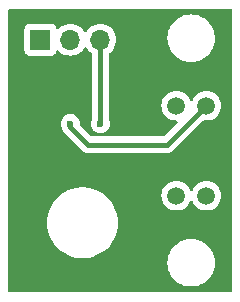
<source format=gbr>
%TF.GenerationSoftware,KiCad,Pcbnew,8.0.3*%
%TF.CreationDate,2024-06-20T22:57:56-06:00*%
%TF.ProjectId,Sensor,53656e73-6f72-42e6-9b69-6361645f7063,rev?*%
%TF.SameCoordinates,Original*%
%TF.FileFunction,Copper,L2,Bot*%
%TF.FilePolarity,Positive*%
%FSLAX46Y46*%
G04 Gerber Fmt 4.6, Leading zero omitted, Abs format (unit mm)*
G04 Created by KiCad (PCBNEW 8.0.3) date 2024-06-20 22:57:56*
%MOMM*%
%LPD*%
G01*
G04 APERTURE LIST*
%TA.AperFunction,ComponentPad*%
%ADD10C,1.500000*%
%TD*%
%TA.AperFunction,ComponentPad*%
%ADD11R,1.700000X1.700000*%
%TD*%
%TA.AperFunction,ComponentPad*%
%ADD12O,1.700000X1.700000*%
%TD*%
%TA.AperFunction,ViaPad*%
%ADD13C,0.600000*%
%TD*%
%TA.AperFunction,Conductor*%
%ADD14C,0.400000*%
%TD*%
G04 APERTURE END LIST*
D10*
%TO.P,OPT1,1,E+*%
%TO.N,Net-(O1-E+)*%
X153737000Y-95247889D03*
%TO.P,OPT1,2,E-*%
%TO.N,Net-(J1-Pin_1)*%
X151197000Y-95247889D03*
%TO.P,OPT1,3,D+*%
%TO.N,Net-(J1-Pin_3)*%
X151197000Y-102867889D03*
%TO.P,OPT1,4,D-*%
%TO.N,Net-(J1-Pin_1)*%
X153737000Y-102867889D03*
%TD*%
D11*
%TO.P,J1,1,Pin_1*%
%TO.N,Net-(J1-Pin_1)*%
X139700000Y-89662000D03*
D12*
%TO.P,J1,2,Pin_2*%
%TO.N,Net-(J1-Pin_2)*%
X142240000Y-89662000D03*
%TO.P,J1,3,Pin_3*%
%TO.N,Net-(J1-Pin_3)*%
X144780000Y-89662000D03*
%TD*%
D13*
%TO.N,Net-(O1-E+)*%
X142240000Y-96774000D03*
%TO.N,Net-(J1-Pin_3)*%
X144780000Y-96774000D03*
%TD*%
D14*
%TO.N,Net-(O1-E+)*%
X142240000Y-97028000D02*
X142240000Y-96774000D01*
X143764000Y-98552000D02*
X142240000Y-97028000D01*
X150432889Y-98552000D02*
X143764000Y-98552000D01*
X153737000Y-95247889D02*
X150432889Y-98552000D01*
%TO.N,Net-(J1-Pin_3)*%
X144780000Y-89662000D02*
X144780000Y-96774000D01*
%TD*%
%TA.AperFunction,NonConductor*%
G36*
X155906539Y-87080185D02*
G01*
X155952294Y-87132989D01*
X155963500Y-87184500D01*
X155963500Y-110935500D01*
X155943815Y-111002539D01*
X155891011Y-111048294D01*
X155839500Y-111059500D01*
X137088500Y-111059500D01*
X137021461Y-111039815D01*
X136975706Y-110987011D01*
X136964500Y-110935500D01*
X136964500Y-108553893D01*
X150454920Y-108553893D01*
X150454920Y-108553896D01*
X150475334Y-108839328D01*
X150536158Y-109118932D01*
X150636165Y-109387061D01*
X150773300Y-109638204D01*
X150773305Y-109638212D01*
X150944784Y-109867282D01*
X150944800Y-109867300D01*
X151147124Y-110069624D01*
X151147142Y-110069640D01*
X151376212Y-110241119D01*
X151376220Y-110241124D01*
X151627363Y-110378259D01*
X151627362Y-110378259D01*
X151627366Y-110378260D01*
X151627369Y-110378262D01*
X151895484Y-110478264D01*
X151895490Y-110478265D01*
X151895492Y-110478266D01*
X152175096Y-110539090D01*
X152175098Y-110539090D01*
X152175102Y-110539091D01*
X152428750Y-110557232D01*
X152460529Y-110559505D01*
X152460530Y-110559505D01*
X152460531Y-110559505D01*
X152489125Y-110557459D01*
X152745958Y-110539091D01*
X153025576Y-110478264D01*
X153293691Y-110378262D01*
X153544845Y-110241121D01*
X153773925Y-110069634D01*
X153976269Y-109867290D01*
X154147756Y-109638210D01*
X154284897Y-109387056D01*
X154384899Y-109118941D01*
X154445726Y-108839323D01*
X154466140Y-108553895D01*
X154445726Y-108268467D01*
X154384899Y-107988849D01*
X154284897Y-107720734D01*
X154204555Y-107573600D01*
X154147759Y-107469585D01*
X154147754Y-107469577D01*
X153976275Y-107240507D01*
X153976259Y-107240489D01*
X153773935Y-107038165D01*
X153773917Y-107038149D01*
X153544847Y-106866670D01*
X153544839Y-106866665D01*
X153293696Y-106729530D01*
X153293697Y-106729530D01*
X153186445Y-106689527D01*
X153025576Y-106629526D01*
X153025573Y-106629525D01*
X153025567Y-106629523D01*
X152745963Y-106568699D01*
X152460531Y-106548285D01*
X152460529Y-106548285D01*
X152175096Y-106568699D01*
X151895492Y-106629523D01*
X151627363Y-106729530D01*
X151376220Y-106866665D01*
X151376212Y-106866670D01*
X151147142Y-107038149D01*
X151147124Y-107038165D01*
X150944800Y-107240489D01*
X150944784Y-107240507D01*
X150773305Y-107469577D01*
X150773300Y-107469585D01*
X150636165Y-107720728D01*
X150536158Y-107988857D01*
X150475334Y-108268461D01*
X150454920Y-108553893D01*
X136964500Y-108553893D01*
X136964500Y-105155996D01*
X140250415Y-105155996D01*
X140250415Y-105156003D01*
X140270738Y-105504927D01*
X140270739Y-105504938D01*
X140331428Y-105849127D01*
X140331430Y-105849134D01*
X140431674Y-106183972D01*
X140570107Y-106504895D01*
X140570113Y-106504908D01*
X140744870Y-106807597D01*
X140953584Y-107087949D01*
X140953589Y-107087955D01*
X140998114Y-107135148D01*
X141193442Y-107342183D01*
X141345265Y-107469577D01*
X141461186Y-107566847D01*
X141461194Y-107566853D01*
X141753203Y-107758911D01*
X141753207Y-107758913D01*
X142065549Y-107915777D01*
X142393989Y-108035319D01*
X142734086Y-108115923D01*
X143081241Y-108156500D01*
X143081248Y-108156500D01*
X143430752Y-108156500D01*
X143430759Y-108156500D01*
X143777914Y-108115923D01*
X144118011Y-108035319D01*
X144446451Y-107915777D01*
X144758793Y-107758913D01*
X145050811Y-107566849D01*
X145318558Y-107342183D01*
X145558412Y-107087953D01*
X145767130Y-106807596D01*
X145941889Y-106504904D01*
X146080326Y-106183971D01*
X146180569Y-105849136D01*
X146241262Y-105504927D01*
X146261585Y-105156000D01*
X146241262Y-104807073D01*
X146241260Y-104807061D01*
X146180571Y-104462872D01*
X146180569Y-104462865D01*
X146080325Y-104128027D01*
X146057447Y-104074989D01*
X145941889Y-103807096D01*
X145767130Y-103504404D01*
X145767129Y-103504402D01*
X145558415Y-103224050D01*
X145558410Y-103224044D01*
X145428043Y-103085864D01*
X145318558Y-102969817D01*
X145197081Y-102867886D01*
X149941723Y-102867886D01*
X149941723Y-102867891D01*
X149960793Y-103085864D01*
X149960793Y-103085868D01*
X150017422Y-103297211D01*
X150017424Y-103297215D01*
X150017425Y-103297219D01*
X150039382Y-103344305D01*
X150109897Y-103495527D01*
X150116113Y-103504404D01*
X150235402Y-103674766D01*
X150390123Y-103829487D01*
X150569361Y-103954991D01*
X150767670Y-104047464D01*
X150979023Y-104104096D01*
X151161926Y-104120097D01*
X151196998Y-104123166D01*
X151197000Y-104123166D01*
X151197002Y-104123166D01*
X151225254Y-104120694D01*
X151414977Y-104104096D01*
X151626330Y-104047464D01*
X151824639Y-103954991D01*
X152003877Y-103829487D01*
X152158598Y-103674766D01*
X152284102Y-103495528D01*
X152354618Y-103344303D01*
X152400790Y-103291866D01*
X152467984Y-103272714D01*
X152534865Y-103292930D01*
X152579381Y-103344303D01*
X152649898Y-103495528D01*
X152775402Y-103674766D01*
X152930123Y-103829487D01*
X153109361Y-103954991D01*
X153307670Y-104047464D01*
X153519023Y-104104096D01*
X153701926Y-104120097D01*
X153736998Y-104123166D01*
X153737000Y-104123166D01*
X153737002Y-104123166D01*
X153765254Y-104120694D01*
X153954977Y-104104096D01*
X154166330Y-104047464D01*
X154364639Y-103954991D01*
X154543877Y-103829487D01*
X154698598Y-103674766D01*
X154824102Y-103495528D01*
X154916575Y-103297219D01*
X154973207Y-103085866D01*
X154992277Y-102867889D01*
X154973207Y-102649912D01*
X154916575Y-102438559D01*
X154824102Y-102240251D01*
X154824100Y-102240248D01*
X154824099Y-102240246D01*
X154698599Y-102061013D01*
X154698596Y-102061010D01*
X154543877Y-101906291D01*
X154364639Y-101780787D01*
X154364640Y-101780787D01*
X154364638Y-101780786D01*
X154265484Y-101734550D01*
X154166330Y-101688314D01*
X154166326Y-101688313D01*
X154166322Y-101688311D01*
X153954977Y-101631682D01*
X153737002Y-101612612D01*
X153736998Y-101612612D01*
X153591682Y-101625325D01*
X153519023Y-101631682D01*
X153519020Y-101631682D01*
X153307677Y-101688311D01*
X153307668Y-101688315D01*
X153109361Y-101780787D01*
X153109357Y-101780789D01*
X152930121Y-101906291D01*
X152775402Y-102061010D01*
X152649900Y-102240246D01*
X152649898Y-102240250D01*
X152579382Y-102391472D01*
X152533209Y-102443911D01*
X152466016Y-102463063D01*
X152399135Y-102442847D01*
X152354618Y-102391472D01*
X152340118Y-102360377D01*
X152284102Y-102240251D01*
X152284100Y-102240248D01*
X152284099Y-102240246D01*
X152158599Y-102061013D01*
X152158596Y-102061010D01*
X152003877Y-101906291D01*
X151824639Y-101780787D01*
X151824640Y-101780787D01*
X151824638Y-101780786D01*
X151725484Y-101734550D01*
X151626330Y-101688314D01*
X151626326Y-101688313D01*
X151626322Y-101688311D01*
X151414977Y-101631682D01*
X151197002Y-101612612D01*
X151196998Y-101612612D01*
X151051682Y-101625325D01*
X150979023Y-101631682D01*
X150979020Y-101631682D01*
X150767677Y-101688311D01*
X150767668Y-101688315D01*
X150569361Y-101780787D01*
X150569357Y-101780789D01*
X150390121Y-101906291D01*
X150235402Y-102061010D01*
X150109900Y-102240246D01*
X150109898Y-102240250D01*
X150017426Y-102438557D01*
X150017422Y-102438566D01*
X149960793Y-102649909D01*
X149960793Y-102649913D01*
X149941723Y-102867886D01*
X145197081Y-102867886D01*
X145170488Y-102845572D01*
X145050813Y-102745152D01*
X145050805Y-102745146D01*
X144758796Y-102553088D01*
X144446458Y-102396226D01*
X144446452Y-102396223D01*
X144118012Y-102276681D01*
X144118009Y-102276680D01*
X143777915Y-102196077D01*
X143734519Y-102191004D01*
X143430759Y-102155500D01*
X143081241Y-102155500D01*
X142777480Y-102191004D01*
X142734085Y-102196077D01*
X142734083Y-102196077D01*
X142393990Y-102276680D01*
X142393987Y-102276681D01*
X142065547Y-102396223D01*
X142065541Y-102396226D01*
X141753203Y-102553088D01*
X141461194Y-102745146D01*
X141461186Y-102745152D01*
X141193442Y-102969817D01*
X141193440Y-102969819D01*
X140953589Y-103224044D01*
X140953584Y-103224050D01*
X140744870Y-103504402D01*
X140570113Y-103807091D01*
X140570107Y-103807104D01*
X140431674Y-104128027D01*
X140331430Y-104462865D01*
X140331428Y-104462872D01*
X140270739Y-104807061D01*
X140270738Y-104807072D01*
X140250415Y-105155996D01*
X136964500Y-105155996D01*
X136964500Y-96773996D01*
X141434435Y-96773996D01*
X141434435Y-96774003D01*
X141454630Y-96953249D01*
X141454633Y-96953262D01*
X141514209Y-97123518D01*
X141514212Y-97123524D01*
X141546771Y-97175341D01*
X141563396Y-97217124D01*
X141566420Y-97232329D01*
X141566420Y-97232330D01*
X141619222Y-97359807D01*
X141695887Y-97474545D01*
X141695888Y-97474546D01*
X143219886Y-98998542D01*
X143317455Y-99096111D01*
X143317459Y-99096115D01*
X143432182Y-99172771D01*
X143432186Y-99172773D01*
X143432189Y-99172775D01*
X143506866Y-99203707D01*
X143506867Y-99203707D01*
X143506869Y-99203709D01*
X143559666Y-99225578D01*
X143559671Y-99225580D01*
X143559680Y-99225581D01*
X143559681Y-99225582D01*
X143586545Y-99230925D01*
X143586551Y-99230926D01*
X143586591Y-99230934D01*
X143676937Y-99248905D01*
X143695006Y-99252500D01*
X143695007Y-99252500D01*
X150501885Y-99252500D01*
X150610346Y-99230925D01*
X150637217Y-99225580D01*
X150700958Y-99199177D01*
X150764696Y-99172777D01*
X150764697Y-99172776D01*
X150764700Y-99172775D01*
X150879432Y-99096114D01*
X153452783Y-96522761D01*
X153514104Y-96489278D01*
X153551262Y-96486916D01*
X153724082Y-96502035D01*
X153736999Y-96503166D01*
X153737000Y-96503166D01*
X153737002Y-96503166D01*
X153765254Y-96500694D01*
X153954977Y-96484096D01*
X154166330Y-96427464D01*
X154364639Y-96334991D01*
X154543877Y-96209487D01*
X154698598Y-96054766D01*
X154824102Y-95875528D01*
X154916575Y-95677219D01*
X154973207Y-95465866D01*
X154992277Y-95247889D01*
X154973207Y-95029912D01*
X154916575Y-94818559D01*
X154824102Y-94620251D01*
X154824100Y-94620248D01*
X154824099Y-94620246D01*
X154698599Y-94441013D01*
X154698596Y-94441010D01*
X154543877Y-94286291D01*
X154364639Y-94160787D01*
X154364640Y-94160787D01*
X154364638Y-94160786D01*
X154265484Y-94114550D01*
X154166330Y-94068314D01*
X154166326Y-94068313D01*
X154166322Y-94068311D01*
X153954977Y-94011682D01*
X153737002Y-93992612D01*
X153736998Y-93992612D01*
X153591682Y-94005325D01*
X153519023Y-94011682D01*
X153519020Y-94011682D01*
X153307677Y-94068311D01*
X153307668Y-94068315D01*
X153109361Y-94160787D01*
X153109357Y-94160789D01*
X152930121Y-94286291D01*
X152775402Y-94441010D01*
X152649900Y-94620246D01*
X152649898Y-94620250D01*
X152579382Y-94771472D01*
X152533209Y-94823911D01*
X152466016Y-94843063D01*
X152399135Y-94822847D01*
X152354618Y-94771472D01*
X152340118Y-94740377D01*
X152284102Y-94620251D01*
X152284100Y-94620248D01*
X152284099Y-94620246D01*
X152158599Y-94441013D01*
X152158596Y-94441010D01*
X152003877Y-94286291D01*
X151824639Y-94160787D01*
X151824640Y-94160787D01*
X151824638Y-94160786D01*
X151725484Y-94114550D01*
X151626330Y-94068314D01*
X151626326Y-94068313D01*
X151626322Y-94068311D01*
X151414977Y-94011682D01*
X151197002Y-93992612D01*
X151196998Y-93992612D01*
X151051682Y-94005325D01*
X150979023Y-94011682D01*
X150979020Y-94011682D01*
X150767677Y-94068311D01*
X150767668Y-94068315D01*
X150569361Y-94160787D01*
X150569357Y-94160789D01*
X150390121Y-94286291D01*
X150235402Y-94441010D01*
X150109900Y-94620246D01*
X150109898Y-94620250D01*
X150017426Y-94818557D01*
X150017422Y-94818566D01*
X149960793Y-95029909D01*
X149960793Y-95029913D01*
X149941723Y-95247886D01*
X149941723Y-95247891D01*
X149960793Y-95465864D01*
X149960793Y-95465868D01*
X150017422Y-95677211D01*
X150017424Y-95677215D01*
X150017425Y-95677219D01*
X150063661Y-95776373D01*
X150109897Y-95875527D01*
X150109898Y-95875528D01*
X150235402Y-96054766D01*
X150390123Y-96209487D01*
X150569361Y-96334991D01*
X150767670Y-96427464D01*
X150979023Y-96484096D01*
X151164501Y-96500322D01*
X151202393Y-96503638D01*
X151202165Y-96506238D01*
X151258742Y-96522851D01*
X151304497Y-96575655D01*
X151314441Y-96644813D01*
X151285416Y-96708369D01*
X151279384Y-96714847D01*
X150179051Y-97815181D01*
X150117728Y-97848666D01*
X150091370Y-97851500D01*
X144105518Y-97851500D01*
X144038479Y-97831815D01*
X144017837Y-97815181D01*
X143080812Y-96878155D01*
X143047327Y-96816832D01*
X143045273Y-96776589D01*
X143045565Y-96774000D01*
X143025368Y-96594745D01*
X142965789Y-96424478D01*
X142940499Y-96384230D01*
X142918053Y-96348507D01*
X142869816Y-96271738D01*
X142742262Y-96144184D01*
X142589523Y-96048211D01*
X142419254Y-95988631D01*
X142419249Y-95988630D01*
X142240004Y-95968435D01*
X142239996Y-95968435D01*
X142060750Y-95988630D01*
X142060745Y-95988631D01*
X141890476Y-96048211D01*
X141737737Y-96144184D01*
X141610184Y-96271737D01*
X141514211Y-96424476D01*
X141454631Y-96594745D01*
X141454630Y-96594750D01*
X141434435Y-96773996D01*
X136964500Y-96773996D01*
X136964500Y-88764135D01*
X138349500Y-88764135D01*
X138349500Y-90559870D01*
X138349501Y-90559876D01*
X138355908Y-90619483D01*
X138406202Y-90754328D01*
X138406206Y-90754335D01*
X138492452Y-90869544D01*
X138492455Y-90869547D01*
X138607664Y-90955793D01*
X138607671Y-90955797D01*
X138742517Y-91006091D01*
X138742516Y-91006091D01*
X138749444Y-91006835D01*
X138802127Y-91012500D01*
X140597872Y-91012499D01*
X140657483Y-91006091D01*
X140792331Y-90955796D01*
X140907546Y-90869546D01*
X140993796Y-90754331D01*
X141042810Y-90622916D01*
X141084681Y-90566984D01*
X141150145Y-90542566D01*
X141218418Y-90557417D01*
X141246673Y-90578569D01*
X141368599Y-90700495D01*
X141465384Y-90768265D01*
X141562165Y-90836032D01*
X141562167Y-90836033D01*
X141562170Y-90836035D01*
X141776337Y-90935903D01*
X142004592Y-90997063D01*
X142181034Y-91012500D01*
X142239999Y-91017659D01*
X142240000Y-91017659D01*
X142240001Y-91017659D01*
X142298966Y-91012500D01*
X142475408Y-90997063D01*
X142703663Y-90935903D01*
X142917830Y-90836035D01*
X143111401Y-90700495D01*
X143278495Y-90533401D01*
X143408425Y-90347842D01*
X143463002Y-90304217D01*
X143532500Y-90297023D01*
X143594855Y-90328546D01*
X143611575Y-90347842D01*
X143741501Y-90533396D01*
X143741506Y-90533402D01*
X143908597Y-90700494D01*
X144026623Y-90783136D01*
X144070248Y-90837713D01*
X144079500Y-90884711D01*
X144079500Y-96348507D01*
X144060494Y-96414478D01*
X144054209Y-96424479D01*
X143994633Y-96594737D01*
X143994630Y-96594750D01*
X143974435Y-96773996D01*
X143974435Y-96774003D01*
X143994630Y-96953249D01*
X143994631Y-96953254D01*
X144054211Y-97123523D01*
X144150184Y-97276262D01*
X144277738Y-97403816D01*
X144430478Y-97499789D01*
X144600745Y-97559368D01*
X144600750Y-97559369D01*
X144779996Y-97579565D01*
X144780000Y-97579565D01*
X144780004Y-97579565D01*
X144959249Y-97559369D01*
X144959252Y-97559368D01*
X144959255Y-97559368D01*
X145129522Y-97499789D01*
X145282262Y-97403816D01*
X145409816Y-97276262D01*
X145505789Y-97123522D01*
X145565368Y-96953255D01*
X145573830Y-96878155D01*
X145585565Y-96774003D01*
X145585565Y-96773996D01*
X145565369Y-96594750D01*
X145565366Y-96594737D01*
X145505790Y-96424479D01*
X145499506Y-96414478D01*
X145480500Y-96348507D01*
X145480500Y-90884711D01*
X145500185Y-90817672D01*
X145533377Y-90783136D01*
X145574519Y-90754328D01*
X145651401Y-90700495D01*
X145818495Y-90533401D01*
X145954035Y-90339830D01*
X146053903Y-90125663D01*
X146115063Y-89897408D01*
X146135659Y-89662000D01*
X146123498Y-89522998D01*
X150452311Y-89522998D01*
X150452311Y-89523001D01*
X150472725Y-89808433D01*
X150533549Y-90088037D01*
X150533551Y-90088043D01*
X150533552Y-90088046D01*
X150547583Y-90125664D01*
X150633556Y-90356166D01*
X150770691Y-90607309D01*
X150770696Y-90607317D01*
X150942175Y-90836387D01*
X150942191Y-90836405D01*
X151144515Y-91038729D01*
X151144533Y-91038745D01*
X151373603Y-91210224D01*
X151373611Y-91210229D01*
X151624754Y-91347364D01*
X151624753Y-91347364D01*
X151624757Y-91347365D01*
X151624760Y-91347367D01*
X151892875Y-91447369D01*
X151892881Y-91447370D01*
X151892883Y-91447371D01*
X152172487Y-91508195D01*
X152172489Y-91508195D01*
X152172493Y-91508196D01*
X152426141Y-91526337D01*
X152457920Y-91528610D01*
X152457921Y-91528610D01*
X152457922Y-91528610D01*
X152486516Y-91526564D01*
X152743349Y-91508196D01*
X153022967Y-91447369D01*
X153291082Y-91347367D01*
X153542236Y-91210226D01*
X153771316Y-91038739D01*
X153973660Y-90836395D01*
X153973930Y-90836035D01*
X154035092Y-90754331D01*
X154145147Y-90607315D01*
X154282288Y-90356161D01*
X154382290Y-90088046D01*
X154443117Y-89808428D01*
X154463531Y-89523000D01*
X154443117Y-89237572D01*
X154434583Y-89198344D01*
X154382292Y-88957962D01*
X154382291Y-88957960D01*
X154382290Y-88957954D01*
X154282288Y-88689839D01*
X154246067Y-88623506D01*
X154145150Y-88438690D01*
X154145145Y-88438682D01*
X153973666Y-88209612D01*
X153973650Y-88209594D01*
X153771326Y-88007270D01*
X153771308Y-88007254D01*
X153542238Y-87835775D01*
X153542230Y-87835770D01*
X153291087Y-87698635D01*
X153291088Y-87698635D01*
X153183836Y-87658632D01*
X153022967Y-87598631D01*
X153022964Y-87598630D01*
X153022958Y-87598628D01*
X152743354Y-87537804D01*
X152457922Y-87517390D01*
X152457920Y-87517390D01*
X152172487Y-87537804D01*
X151892883Y-87598628D01*
X151624754Y-87698635D01*
X151373611Y-87835770D01*
X151373603Y-87835775D01*
X151144533Y-88007254D01*
X151144515Y-88007270D01*
X150942191Y-88209594D01*
X150942175Y-88209612D01*
X150770696Y-88438682D01*
X150770691Y-88438690D01*
X150633556Y-88689833D01*
X150533549Y-88957962D01*
X150472725Y-89237566D01*
X150452311Y-89522998D01*
X146123498Y-89522998D01*
X146115063Y-89426592D01*
X146053903Y-89198337D01*
X145954035Y-88984171D01*
X145948425Y-88976158D01*
X145818494Y-88790597D01*
X145651402Y-88623506D01*
X145651395Y-88623501D01*
X145457834Y-88487967D01*
X145457830Y-88487965D01*
X145457828Y-88487964D01*
X145243663Y-88388097D01*
X145243659Y-88388096D01*
X145243655Y-88388094D01*
X145015413Y-88326938D01*
X145015403Y-88326936D01*
X144780001Y-88306341D01*
X144779999Y-88306341D01*
X144544596Y-88326936D01*
X144544586Y-88326938D01*
X144316344Y-88388094D01*
X144316335Y-88388098D01*
X144102171Y-88487964D01*
X144102169Y-88487965D01*
X143908597Y-88623505D01*
X143741505Y-88790597D01*
X143611575Y-88976158D01*
X143556998Y-89019783D01*
X143487500Y-89026977D01*
X143425145Y-88995454D01*
X143408425Y-88976158D01*
X143278494Y-88790597D01*
X143111402Y-88623506D01*
X143111395Y-88623501D01*
X142917834Y-88487967D01*
X142917830Y-88487965D01*
X142917828Y-88487964D01*
X142703663Y-88388097D01*
X142703659Y-88388096D01*
X142703655Y-88388094D01*
X142475413Y-88326938D01*
X142475403Y-88326936D01*
X142240001Y-88306341D01*
X142239999Y-88306341D01*
X142004596Y-88326936D01*
X142004586Y-88326938D01*
X141776344Y-88388094D01*
X141776335Y-88388098D01*
X141562171Y-88487964D01*
X141562169Y-88487965D01*
X141368600Y-88623503D01*
X141246673Y-88745430D01*
X141185350Y-88778914D01*
X141115658Y-88773930D01*
X141059725Y-88732058D01*
X141042810Y-88701081D01*
X140993797Y-88569671D01*
X140993793Y-88569664D01*
X140907547Y-88454455D01*
X140907544Y-88454452D01*
X140792335Y-88368206D01*
X140792328Y-88368202D01*
X140657482Y-88317908D01*
X140657483Y-88317908D01*
X140597883Y-88311501D01*
X140597881Y-88311500D01*
X140597873Y-88311500D01*
X140597864Y-88311500D01*
X138802129Y-88311500D01*
X138802123Y-88311501D01*
X138742516Y-88317908D01*
X138607671Y-88368202D01*
X138607664Y-88368206D01*
X138492455Y-88454452D01*
X138492452Y-88454455D01*
X138406206Y-88569664D01*
X138406202Y-88569671D01*
X138355908Y-88704517D01*
X138349501Y-88764116D01*
X138349500Y-88764135D01*
X136964500Y-88764135D01*
X136964500Y-87184500D01*
X136984185Y-87117461D01*
X137036989Y-87071706D01*
X137088500Y-87060500D01*
X155839500Y-87060500D01*
X155906539Y-87080185D01*
G37*
%TD.AperFunction*%
M02*

</source>
